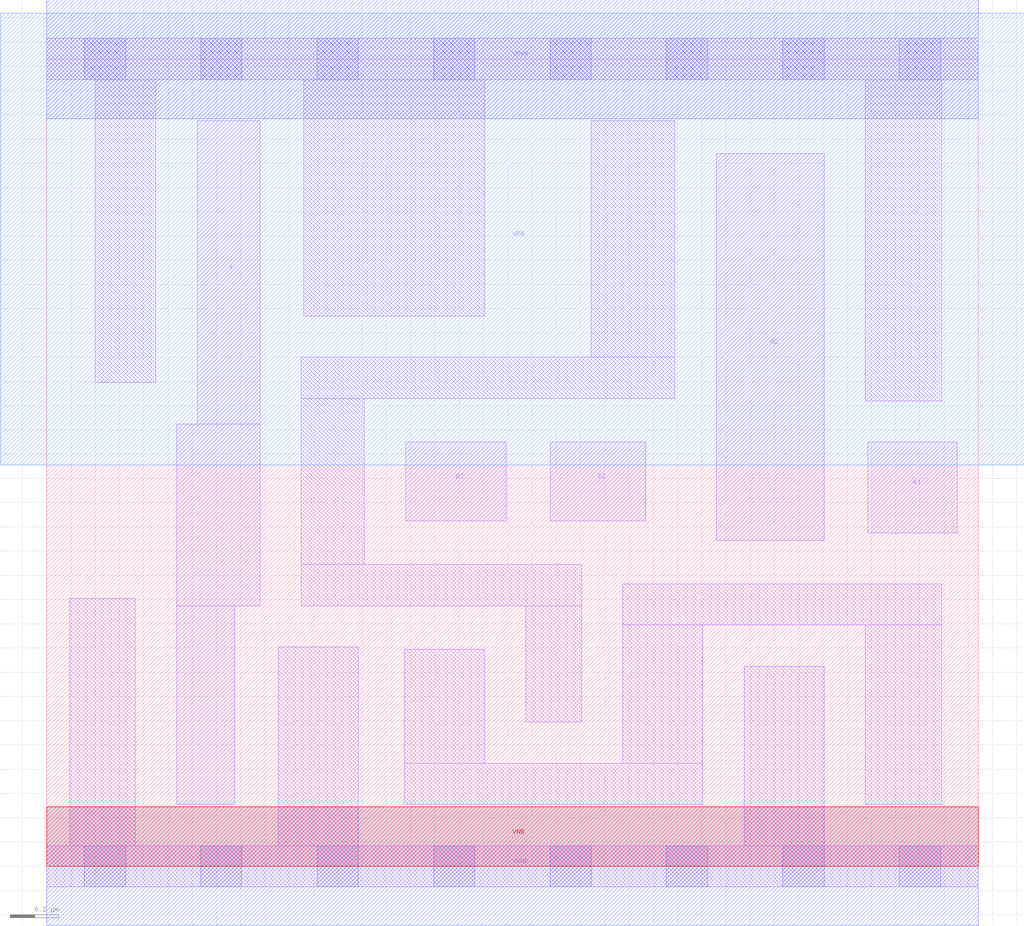
<source format=lef>
# Copyright 2020 The SkyWater PDK Authors
#
# Licensed under the Apache License, Version 2.0 (the "License");
# you may not use this file except in compliance with the License.
# You may obtain a copy of the License at
#
#     https://www.apache.org/licenses/LICENSE-2.0
#
# Unless required by applicable law or agreed to in writing, software
# distributed under the License is distributed on an "AS IS" BASIS,
# WITHOUT WARRANTIES OR CONDITIONS OF ANY KIND, either express or implied.
# See the License for the specific language governing permissions and
# limitations under the License.
#
# SPDX-License-Identifier: Apache-2.0

VERSION 5.7 ;
  NOWIREEXTENSIONATPIN ON ;
  DIVIDERCHAR "/" ;
  BUSBITCHARS "[]" ;
MACRO sky130_fd_sc_lp__o22a_2
  CLASS CORE ;
  FOREIGN sky130_fd_sc_lp__o22a_2 ;
  ORIGIN  0.000000  0.000000 ;
  SIZE  3.840000 BY  3.330000 ;
  SYMMETRY X Y R90 ;
  SITE unit ;
  PIN A1
    ANTENNAGATEAREA  0.315000 ;
    DIRECTION INPUT ;
    USE SIGNAL ;
    PORT
      LAYER li1 ;
        RECT 3.385000 1.375000 3.755000 1.750000 ;
    END
  END A1
  PIN A2
    ANTENNAGATEAREA  0.315000 ;
    DIRECTION INPUT ;
    USE SIGNAL ;
    PORT
      LAYER li1 ;
        RECT 2.760000 1.345000 3.205000 2.940000 ;
    END
  END A2
  PIN B1
    ANTENNAGATEAREA  0.315000 ;
    DIRECTION INPUT ;
    USE SIGNAL ;
    PORT
      LAYER li1 ;
        RECT 1.480000 1.425000 1.895000 1.750000 ;
    END
  END B1
  PIN B2
    ANTENNAGATEAREA  0.315000 ;
    DIRECTION INPUT ;
    USE SIGNAL ;
    PORT
      LAYER li1 ;
        RECT 2.075000 1.425000 2.470000 1.750000 ;
    END
  END B2
  PIN X
    ANTENNADIFFAREA  0.588000 ;
    DIRECTION OUTPUT ;
    USE SIGNAL ;
    PORT
      LAYER li1 ;
        RECT 0.535000 0.255000 0.775000 1.075000 ;
        RECT 0.535000 1.075000 0.880000 1.825000 ;
        RECT 0.620000 1.825000 0.880000 3.075000 ;
    END
  END X
  PIN VGND
    DIRECTION INOUT ;
    USE GROUND ;
    PORT
      LAYER met1 ;
        RECT 0.000000 -0.245000 3.840000 0.245000 ;
    END
  END VGND
  PIN VNB
    DIRECTION INOUT ;
    USE GROUND ;
    PORT
      LAYER pwell ;
        RECT 0.000000 0.000000 3.840000 0.245000 ;
    END
  END VNB
  PIN VPB
    DIRECTION INOUT ;
    USE POWER ;
    PORT
      LAYER nwell ;
        RECT -0.190000 1.655000 4.030000 3.520000 ;
    END
  END VPB
  PIN VPWR
    DIRECTION INOUT ;
    USE POWER ;
    PORT
      LAYER met1 ;
        RECT 0.000000 3.085000 3.840000 3.575000 ;
    END
  END VPWR
  OBS
    LAYER li1 ;
      RECT 0.000000 -0.085000 3.840000 0.085000 ;
      RECT 0.000000  3.245000 3.840000 3.415000 ;
      RECT 0.095000  0.085000 0.365000 1.105000 ;
      RECT 0.200000  1.995000 0.450000 3.245000 ;
      RECT 0.955000  0.085000 1.285000 0.905000 ;
      RECT 1.050000  1.075000 2.205000 1.245000 ;
      RECT 1.050000  1.245000 1.310000 1.930000 ;
      RECT 1.050000  1.930000 2.590000 2.100000 ;
      RECT 1.060000  2.270000 1.805000 3.245000 ;
      RECT 1.475000  0.255000 2.705000 0.425000 ;
      RECT 1.475000  0.425000 1.805000 0.895000 ;
      RECT 1.975000  0.595000 2.205000 1.075000 ;
      RECT 2.245000  2.100000 2.590000 3.075000 ;
      RECT 2.375000  0.425000 2.705000 0.995000 ;
      RECT 2.375000  0.995000 3.690000 1.165000 ;
      RECT 2.875000  0.085000 3.205000 0.825000 ;
      RECT 3.375000  0.255000 3.690000 0.995000 ;
      RECT 3.375000  1.920000 3.690000 3.245000 ;
    LAYER mcon ;
      RECT 0.155000 -0.085000 0.325000 0.085000 ;
      RECT 0.155000  3.245000 0.325000 3.415000 ;
      RECT 0.635000 -0.085000 0.805000 0.085000 ;
      RECT 0.635000  3.245000 0.805000 3.415000 ;
      RECT 1.115000 -0.085000 1.285000 0.085000 ;
      RECT 1.115000  3.245000 1.285000 3.415000 ;
      RECT 1.595000 -0.085000 1.765000 0.085000 ;
      RECT 1.595000  3.245000 1.765000 3.415000 ;
      RECT 2.075000 -0.085000 2.245000 0.085000 ;
      RECT 2.075000  3.245000 2.245000 3.415000 ;
      RECT 2.555000 -0.085000 2.725000 0.085000 ;
      RECT 2.555000  3.245000 2.725000 3.415000 ;
      RECT 3.035000 -0.085000 3.205000 0.085000 ;
      RECT 3.035000  3.245000 3.205000 3.415000 ;
      RECT 3.515000 -0.085000 3.685000 0.085000 ;
      RECT 3.515000  3.245000 3.685000 3.415000 ;
  END
END sky130_fd_sc_lp__o22a_2
END LIBRARY

</source>
